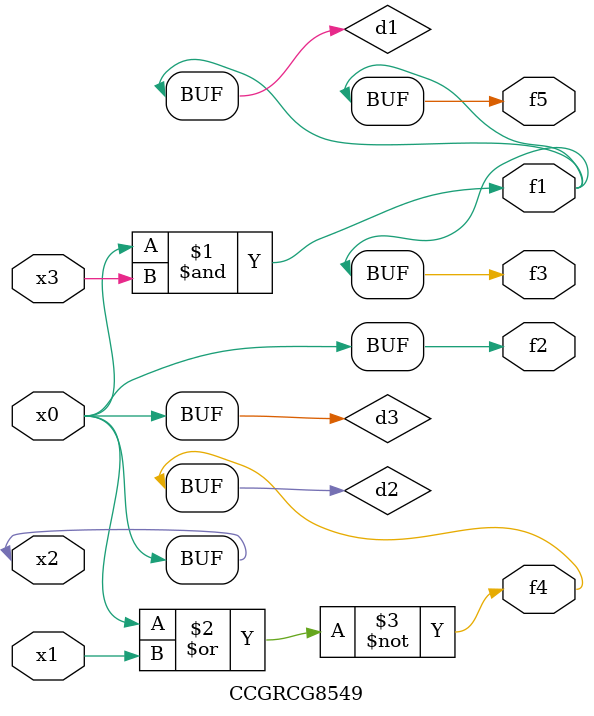
<source format=v>
module CCGRCG8549(
	input x0, x1, x2, x3,
	output f1, f2, f3, f4, f5
);

	wire d1, d2, d3;

	and (d1, x2, x3);
	nor (d2, x0, x1);
	buf (d3, x0, x2);
	assign f1 = d1;
	assign f2 = d3;
	assign f3 = d1;
	assign f4 = d2;
	assign f5 = d1;
endmodule

</source>
